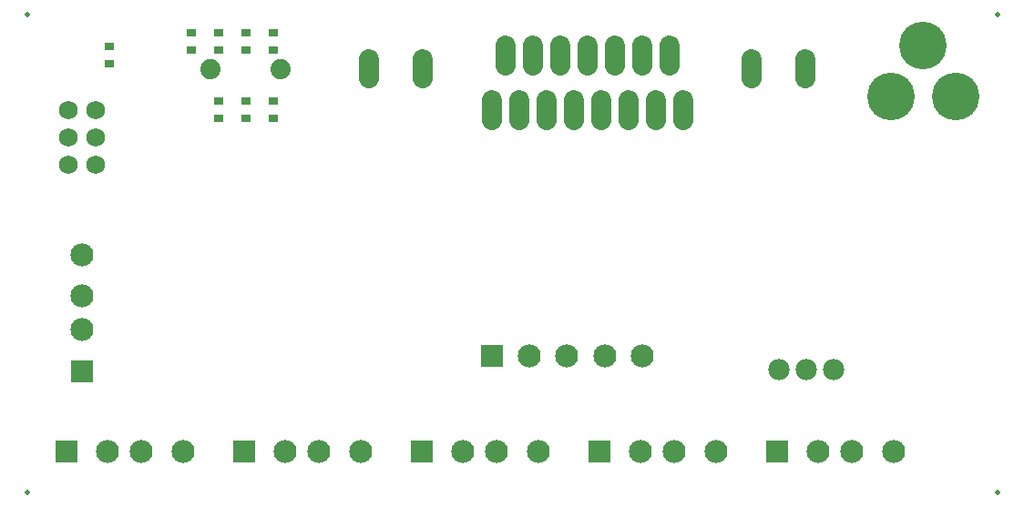
<source format=gbs>
G75*
%MOIN*%
%OFA0B0*%
%FSLAX25Y25*%
%IPPOS*%
%LPD*%
%AMOC8*
5,1,8,0,0,1.08239X$1,22.5*
%
%ADD10C,0.01900*%
%ADD11R,0.03550X0.02762*%
%ADD12C,0.07487*%
%ADD13C,0.06800*%
%ADD14R,0.08400X0.08400*%
%ADD15C,0.08400*%
%ADD16C,0.17400*%
%ADD17C,0.07800*%
%ADD18C,0.07400*%
%ADD19C,0.07450*%
D10*
X0011800Y0011800D03*
X0011800Y0186800D03*
X0366800Y0186800D03*
X0366800Y0011800D03*
D11*
X0101800Y0148650D03*
X0091800Y0148650D03*
X0081800Y0148650D03*
X0081800Y0154950D03*
X0091800Y0154950D03*
X0101800Y0154950D03*
X0101800Y0173650D03*
X0101800Y0179950D03*
X0091800Y0179950D03*
X0081800Y0179950D03*
X0081800Y0173650D03*
X0091800Y0173650D03*
X0071800Y0173650D03*
X0071800Y0179950D03*
X0041800Y0174950D03*
X0041800Y0168650D03*
D12*
X0181800Y0155343D02*
X0181800Y0148257D01*
X0191800Y0148257D02*
X0191800Y0155343D01*
X0201800Y0155343D02*
X0201800Y0148257D01*
X0211800Y0148257D02*
X0211800Y0155343D01*
X0221800Y0155343D02*
X0221800Y0148257D01*
X0231800Y0148257D02*
X0231800Y0155343D01*
X0241800Y0155343D02*
X0241800Y0148257D01*
X0251800Y0148257D02*
X0251800Y0155343D01*
X0246800Y0168257D02*
X0246800Y0175343D01*
X0236800Y0175343D02*
X0236800Y0168257D01*
X0226800Y0168257D02*
X0226800Y0175343D01*
X0216800Y0175343D02*
X0216800Y0168257D01*
X0206800Y0168257D02*
X0206800Y0175343D01*
X0196800Y0175343D02*
X0196800Y0168257D01*
X0186800Y0168257D02*
X0186800Y0175343D01*
D13*
X0036800Y0151800D03*
X0026800Y0151800D03*
X0026800Y0141800D03*
X0036800Y0141800D03*
X0036800Y0131800D03*
X0026800Y0131800D03*
D14*
X0031800Y0056100D03*
X0026100Y0026800D03*
X0091100Y0026800D03*
X0156100Y0026800D03*
X0221100Y0026800D03*
X0286100Y0026800D03*
X0181800Y0061800D03*
D15*
X0195580Y0061800D03*
X0209359Y0061800D03*
X0223139Y0061800D03*
X0236918Y0061800D03*
X0236280Y0026800D03*
X0248659Y0026800D03*
X0263839Y0026800D03*
X0301280Y0026800D03*
X0313659Y0026800D03*
X0328839Y0026800D03*
X0198839Y0026800D03*
X0183659Y0026800D03*
X0171280Y0026800D03*
X0133839Y0026800D03*
X0118659Y0026800D03*
X0106280Y0026800D03*
X0068839Y0026800D03*
X0053659Y0026800D03*
X0041280Y0026800D03*
X0031800Y0071280D03*
X0031800Y0083659D03*
X0031800Y0098839D03*
D16*
X0327863Y0156800D03*
X0351485Y0156800D03*
X0339674Y0175304D03*
D17*
X0306800Y0056800D03*
X0296800Y0056800D03*
X0286800Y0056800D03*
D18*
X0104595Y0166800D03*
X0079005Y0166800D03*
D19*
X0136957Y0163275D02*
X0136957Y0170325D01*
X0156643Y0170325D02*
X0156643Y0163275D01*
X0276957Y0163275D02*
X0276957Y0170325D01*
X0296643Y0170325D02*
X0296643Y0163275D01*
M02*

</source>
